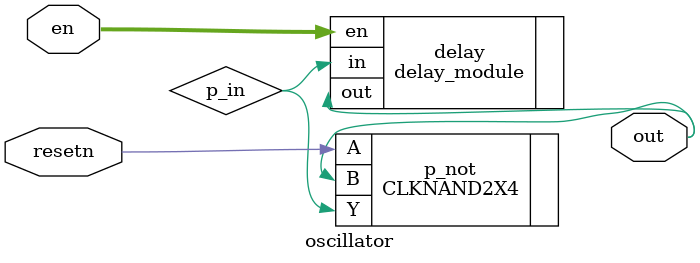
<source format=v>
`timescale 1ns/1ps

module oscillator
(
	input           resetn,
	input [511:0]   en,
	output          out
);
	wire p_in;

	CLKNAND2X4 p_not(.A(resetn), .B(out), .Y(p_in));

	delay_module delay
	(
		.in(p_in),
		.en(en),
		.out(out)
	);

endmodule

</source>
